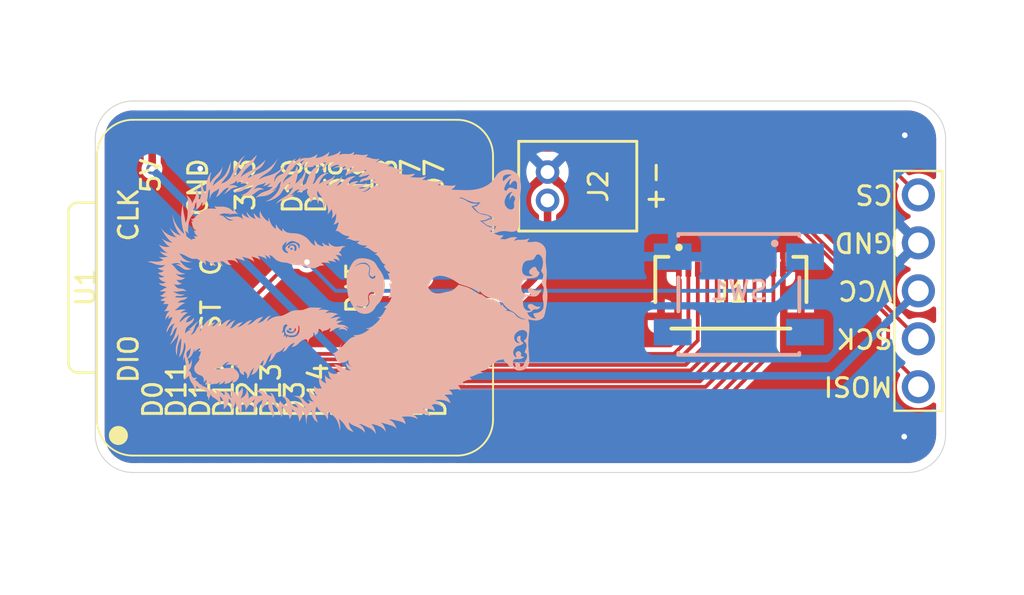
<source format=kicad_pcb>
(kicad_pcb (version 20241229) (generator "pcbnew") (generator_version "9.0")
  (layers (0 "F.Cu" signal) (2 "B.Cu" signal) (13 "F.Paste" user) (15 "B.Paste" user) (5 "F.SilkS" user "F.Silkscreen") (7 "B.SilkS" user "B.Silkscreen") (1 "F.Mask" user) (3 "B.Mask" user) (25 "Edge.Cuts" user))
  (net 0 "")
  (net 1 "+5V")
  (net 2 "/SCK")
  (net 3 "/MOSI")
  (net 4 "/CS")
  (net 5 "GND")
  (net 15 "Net-(U1-REST)")
  (net 17 "+BATT")
  (net 18 "/C1")
  (net 19 "/R3")
  (net 20 "/C4")
  (net 21 "/C2")
  (net 22 "/R1")
  (net 23 "/C5")
  (net 24 "/C3")
  (net 25 "/R4")
  (net 26 "/R2")
  (net 27 "/C6")
  (footprint "gct:GCT_FFC2B28-12-G" (layer "F.Cu") (at 64.78 42.62)
    (property "Reference" "J1" (at 0 0 0) (layer "F.SilkS") (effects (font (thickness 0.16))))
    (property "Value" "FFC2B28-12-G")
    (pad "1" smd rect (at -2.75 -1.25) (size 0.3 0.8) (layers "F.Cu" "F.Mask" "F.Paste") (net 5 "GND"))
    (pad "2" smd rect (at -2.25 -1.25) (size 0.3 0.8) (layers "F.Cu" "F.Mask" "F.Paste") (net 18 "/C1"))
    (pad "3" smd rect (at -1.75 -1.25) (size 0.3 0.8) (layers "F.Cu" "F.Mask" "F.Paste") (net 21 "/C2"))
    (pad "4" smd rect (at -1.25 -1.25) (size 0.3 0.8) (layers "F.Cu" "F.Mask" "F.Paste") (net 24 "/C3"))
    (pad "5" smd rect (at -0.75 -1.25) (size 0.3 0.8) (layers "F.Cu" "F.Mask" "F.Paste") (net 20 "/C4"))
    (pad "6" smd rect (at -0.25 -1.25) (size 0.3 0.8) (layers "F.Cu" "F.Mask" "F.Paste") (net 23 "/C5"))
    (pad "7" smd rect (at 0.25 -1.25) (size 0.3 0.8) (layers "F.Cu" "F.Mask" "F.Paste") (net 27 "/C6"))
    (pad "8" smd rect (at 0.75 -1.25) (size 0.3 0.8) (layers "F.Cu" "F.Mask" "F.Paste") (net 22 "/R1"))
    (pad "9" smd rect (at 1.25 -1.25) (size 0.3 0.8) (layers "F.Cu" "F.Mask" "F.Paste") (net 26 "/R2"))
    (pad "10" smd rect (at 1.75 -1.25) (size 0.3 0.8) (layers "F.Cu" "F.Mask" "F.Paste") (net 19 "/R3"))
    (pad "11" smd rect (at 2.25 -1.25) (size 0.3 0.8) (layers "F.Cu" "F.Mask" "F.Paste") (net 25 "/R4"))
    (pad "12" smd rect (at 2.75 -1.25) (size 0.3 0.8) (layers "F.Cu" "F.Mask" "F.Paste") (net 5 "GND"))
    (pad "S1" smd rect (at -3.7 1.25) (size 0.4 0.8) (layers "F.Cu" "F.Mask" "F.Paste") (net 5 "GND"))
    (pad "S2" smd rect (at 3.7 1.25) (size 0.4 0.8) (layers "F.Cu" "F.Mask" "F.Paste") (net 5 "GND"))
  )
  (footprint "nice_view:nice_view" (layer "F.Cu") (at 58.19 42.52 90)
    (property "Reference" "Display1")
    (property "Value" "nice!view" (hide yes))
    (fp_text user "MOSI" (at -5.05 11.408572 180) (layer "F.SilkS") (effects (font (thickness 0.16)) (justify right)))
    (fp_text user "CS" (at 5.11 13.075238 180) (layer "F.SilkS") (effects (font (thickness 0.16)) (justify right)))
    (fp_text user "SCK" (at -2.51 12.075238 180) (layer "F.SilkS") (effects (font (thickness 0.16)) (justify right)))
    (fp_text user "VCC" (at 0.03 12.170476 180) (layer "F.SilkS") (effects (font (thickness 0.16)) (justify right)))
    (fp_text user "GND" (at 2.57 11.98 180) (layer "F.SilkS") (effects (font (thickness 0.16)) (justify right)))
    (pad "1" thru_hole circle (at -5.08 16.51 90) (size 1.7526 1.7526) (drill 1.0922) (layers "*.Cu" "*.Mask") (net 3 "/MOSI"))
    (pad "2" thru_hole circle (at -2.54 16.51 90) (size 1.7526 1.7526) (drill 1.0922) (layers "*.Cu" "*.Mask") (net 2 "/SCK"))
    (pad "3" thru_hole circle (at 0 16.51 90) (size 1.7526 1.7526) (drill 1.0922) (layers "*.Cu" "*.Mask") (net 1 "+5V"))
    (pad "4" thru_hole circle (at 2.54 16.51 90) (size 1.7526 1.7526) (drill 1.0922) (layers "*.Cu" "*.Mask") (net 5 "GND"))
    (pad "5" thru_hole circle (at 5.08 16.51 90) (size 1.7526 1.7526) (drill 1.0922) (layers "*.Cu" "*.Mask") (net 4 "/CS"))
  )
  (footprint "jst:CONN_S2B-ZR_JST" (layer "F.Cu") (at 55.08 37.73 90)
    (property "Reference" "J2" (at 0.75 2.6923 90) (layer "F.SilkS"))
    (property "Value" "S2B-ZRLFSN")
    (fp_text user "-" (at 0.75 6.26 90) (layer "F.SilkS") (effects (font (thickness 0.16)) (justify left bottom)))
    (fp_text user "+" (at -0.67 6.26 90) (layer "F.SilkS") (effects (font (thickness 0.16)) (justify left bottom)))
    (pad "1" thru_hole circle (at 0 0 90) (size 1.2446 1.2446) (drill 0.7366) (layers "*.Cu" "*.Mask") (net 17 "+BATT"))
    (pad "2" thru_hole circle (at 1.500001 0 90) (size 1.2446 1.2446) (drill 0.7366) (layers "*.Cu" "*.Mask") (net 5 "GND"))
  )
  (footprint "seeed:XIAO-nRF52840-Plus-SMD-updated" (layer "F.Cu") (at 41.357 42.3335 90)
    (property "Reference" "U1" (at 0 -10.706 90) (layer "F.SilkS") (effects (font (thickness 0.16))))
    (property "Value" "~" (hide yes))
    (fp_text user "D8" (at 6.92 5.815 90) (layer "F.SilkS") (effects (font (thickness 0.16)) (justify right bottom)))
    (fp_text user "D13" (at -7.02 -0.325 90) (layer "F.SilkS") (effects (font (thickness 0.16)) (justify left bottom)))
    (fp_text user "D17" (at 6.92 7.065 90) (layer "F.SilkS") (effects (font (thickness 0.16)) (justify right bottom)))
    (fp_text user "D15" (at -7.02 4.675 90) (layer "F.SilkS") (effects (font (thickness 0.16)) (justify left bottom)))
    (fp_text user "BAT" (at -1.5 4.175 90) (layer "F.SilkS") (effects (font (thickness 0.16)) (justify left bottom)))
    (fp_text user "D0" (at -7.02 -6.575 90) (layer "F.SilkS") (effects (font (thickness 0.16) (bold yes)) (justify left bottom)))
    (fp_text user "D3" (at -7.02 0.925 90) (layer "F.SilkS") (effects (font (thickness 0.16)) (justify left bottom)))
    (fp_text user "5V" (at 6.92 -6.685 90) (layer "F.SilkS") (effects (font (thickness 0.16)) (justify right bottom)))
    (fp_text user "3V3" (at 6.92 -1.685 90) (layer "F.SilkS") (effects (font (thickness 0.16)) (justify right bottom)))
    (fp_text user "GND" (at 0.5 -3.5 90) (layer "F.SilkS") (effects (font (thickness 0.16)) (justify left bottom)))
    (fp_text user "D18" (at 6.92 4.565 90) (layer "F.SilkS") (effects (font (thickness 0.16)) (justify right bottom)))
    (fp_text user "GND" (at 6.92 -4.185 90) (layer "F.SilkS") (effects (font (thickness 0.16)) (justify right bottom)))
    (fp_text user "D12" (at -7.02 -2.825 90) (layer "F.SilkS") (effects (font (thickness 0.16)) (justify left bottom)))
    (fp_text user "D2" (at -7.02 -1.575 90) (layer "F.SilkS") (effects (font (thickness 0.16)) (justify left bottom)))
    (fp_text user "D6" (at -7.02 8.425 90) (layer "F.SilkS") (effects (font (thickness 0.16)) (justify left bottom)))
    (fp_text user "D10" (at 6.92 0.815 90) (layer "F.SilkS") (effects (font (thickness 0.16)) (justify right bottom)))
    (fp_text user "+" (at -2 8.5 90) (layer "F.SilkS") (effects (font (thickness 0.16)) (justify left bottom)))
    (fp_text user "CLK" (at 2.3335 -7.857 90) (layer "F.SilkS") (effects (font (thickness 0.16)) (justify left bottom)))
    (fp_text user "D11" (at -7.02 -5.325 90) (layer "F.SilkS") (effects (font (thickness 0.16)) (justify left bottom)))
    (fp_text user "D5" (at -7.02 5.925 90) (layer "F.SilkS") (effects (font (thickness 0.16)) (justify left bottom)))
    (fp_text user "D16" (at -7.02 7.175 90) (layer "F.SilkS") (effects (font (thickness 0.16)) (justify left bottom)))
    (fp_text user "D4" (at -7.02 3.425 90) (layer "F.SilkS") (effects (font (thickness 0.16)) (justify left bottom)))
    (fp_text user "DIO" (at -5.1665 -7.857 90) (layer "F.SilkS") (effects (font (thickness 0.16)) (justify left bottom)))
    (fp_text user "-" (at 0.48 8.5 90) (layer "F.SilkS") (effects (font (thickness 0.16)) (justify left bottom)))
    (fp_text user "D9" (at 6.92 3.315 90) (layer "F.SilkS") (effects (font (thickness 0.16)) (justify right bottom)))
    (fp_text user "D19" (at 6.92 2.065 90) (layer "F.SilkS") (effects (font (thickness 0.16)) (justify right bottom)))
    (fp_text user "RST" (at -3.5 -3.5 90) (layer "F.SilkS") (effects (font (thickness 0.16)) (justify left bottom)))
    (fp_text user "D14" (at -7.02 2.175 90) (layer "F.SilkS") (effects (font (thickness 0.16)) (justify left bottom)))
    (fp_text user "D7" (at 6.92 8.315 90) (layer "F.SilkS") (effects (font (thickness 0.16)) (justify right bottom)))
    (fp_text user "D1" (at -7.02 -4.075 90) (layer "F.SilkS") (effects (font (thickness 0.16)) (justify left bottom)))
    (pad "1" smd roundrect (at -8.275 -7.195 270) (size 2.032 0.95) (layers "F.Cu" "F.Mask" "F.Paste") (roundrect_rratio 0.1) (net 18 "/C1"))
    (pad "2" smd roundrect (at -8.275 -4.655 270) (size 2.032 0.95) (layers "F.Cu" "F.Mask" "F.Paste") (roundrect_rratio 0.1) (net 24 "/C3"))
    (pad "3" smd roundrect (at -8.275 -2.115 270) (size 2.032 0.95) (layers "F.Cu" "F.Mask" "F.Paste") (roundrect_rratio 0.1) (net 23 "/C5"))
    (pad "4" smd roundrect (at -8.275 0.425 270) (size 2.032 0.95) (layers "F.Cu" "F.Mask" "F.Paste") (roundrect_rratio 0.1) (net 22 "/R1"))
    (pad "5" smd roundrect (at -8.275 2.965 270) (size 2.032 0.95) (layers "F.Cu" "F.Mask" "F.Paste") (roundrect_rratio 0.1) (net 19 "/R3"))
    (pad "6" smd roundrect (at -8.275 5.505 270) (size 2.032 0.95) (layers "F.Cu" "F.Mask" "F.Paste") (roundrect_rratio 0.1))
    (pad "7" smd roundrect (at -8.275 8.045 270) (size 2.032 0.95) (layers "F.Cu" "F.Mask" "F.Paste") (roundrect_rratio 0.1))
    (pad "8" smd roundrect (at 8.235 8.045 90) (size 2.032 0.95) (layers "F.Cu" "F.Mask" "F.Paste") (roundrect_rratio 0.1) (net 4 "/CS"))
    (pad "9" smd roundrect (at 8.235 5.505 90) (size 2.032 0.95) (layers "F.Cu" "F.Mask" "F.Paste") (roundrect_rratio 0.1) (net 2 "/SCK"))
    (pad "10" smd roundrect (at 8.235 2.965 90) (size 2.032 0.95) (layers "F.Cu" "F.Mask" "F.Paste") (roundrect_rratio 0.1))
    (pad "11" smd roundrect (at 8.235 0.425 90) (size 2.032 0.95) (layers "F.Cu" "F.Mask" "F.Paste") (roundrect_rratio 0.1) (net 3 "/MOSI"))
    (pad "12" smd roundrect (at 8.235 -2.115 90) (size 2.032 0.95) (layers "F.Cu" "F.Mask" "F.Paste") (roundrect_rratio 0.1))
    (pad "13" smd roundrect (at 8.235 -4.655 90) (size 2.032 0.95) (layers "F.Cu" "F.Mask" "F.Paste") (roundrect_rratio 0.1) (net 5 "GND"))
    (pad "14" smd roundrect (at 8.235 -7.195 90) (size 2.032 0.95) (layers "F.Cu" "F.Mask" "F.Paste") (roundrect_rratio 0.1) (net 1 "+5V"))
    (pad "15" smd roundrect (at -8.675 -5.925 270) (size 1.232 0.95) (layers "F.Cu" "F.Mask" "F.Paste") (roundrect_rratio 0.1) (chamfer_ratio 0.35) (chamfer top_left bottom_left) (net 21 "/C2"))
    (pad "16" smd roundrect (at -8.675 -3.385 270) (size 1.232 0.95) (layers "F.Cu" "F.Mask" "F.Paste") (roundrect_rratio 0.1) (chamfer_ratio 0.35) (chamfer top_left bottom_left) (net 20 "/C4"))
    (pad "17" smd roundrect (at -8.675 -0.845 270) (size 1.232 0.95) (layers "F.Cu" "F.Mask" "F.Paste") (roundrect_rratio 0.1) (chamfer_ratio 0.35) (chamfer top_left bottom_left) (net 27 "/C6"))
    (pad "18" smd roundrect (at -8.675 1.695 270) (size 1.232 0.95) (layers "F.Cu" "F.Mask" "F.Paste") (roundrect_rratio 0.1) (chamfer_ratio 0.35) (chamfer top_left bottom_left) (net 26 "/R2"))
    (pad "19" smd roundrect (at -8.675 4.235 270) (size 1.232 0.95) (layers "F.Cu" "F.Mask" "F.Paste") (roundrect_rratio 0.1) (chamfer_ratio 0.35) (chamfer top_left bottom_left) (net 25 "/R4"))
    (pad "20" smd roundrect (at -8.675 6.775 270) (size 1.232 0.95) (layers "F.Cu" "F.Mask" "F.Paste") (roundrect_rratio 0.1) (chamfer_ratio 0.35) (chamfer top_left bottom_left))
    (pad "21" smd roundrect (at 8.635 6.775 90) (size 1.232 0.95) (layers "F.Cu" "F.Mask" "F.Paste") (roundrect_rratio 0.1) (chamfer_ratio 0.35) (chamfer top_left bottom_left))
    (pad "22" smd roundrect (at 8.635 4.235 90) (size 1.232 0.95) (layers "F.Cu" "F.Mask" "F.Paste") (roundrect_rratio 0.1) (chamfer_ratio 0.35) (chamfer top_left bottom_left))
    (pad "23" smd roundrect (at 8.635 1.695 90) (size 1.232 0.95) (layers "F.Cu" "F.Mask" "F.Paste") (roundrect_rratio 0.1) (chamfer_ratio 0.35) (chamfer top_left bottom_left))
    (pad "24" smd circle (at -1.29 -8.1475 90) (size 1.7 1.7) (layers "F.Cu" "F.Mask" "F.Paste"))
    (pad "25" smd circle (at 1.25 -8.1475 90) (size 1.7 1.7) (layers "F.Cu" "F.Mask" "F.Paste"))
    (pad "26" smd circle (at -1.29 -5.6075 90) (size 1.7 1.7) (layers "F.Cu" "F.Mask" "F.Paste") (net 15 "Net-(U1-REST)"))
    (pad "27" smd circle (at 1.25 -5.6075 90) (size 1.7 1.7) (layers "F.Cu" "F.Mask" "F.Paste") (net 5 "GND"))
    (pad "32" smd roundrect (at -1.013988 5.942823) (size 2.5 1.1) (layers "F.Cu" "F.Mask" "F.Paste") (roundrect_rratio 0.1) (net 17 "+BATT"))
    (pad "33" smd roundrect (at 0.986012 5.942823) (size 2.5 1.1) (layers "F.Cu" "F.Mask" "F.Paste") (roundrect_rratio 0.1) (net 5 "GND"))
  )
  (footprint "art:baby_badger" (layer "B.Cu") (at 44.5 42.5 -90)
    (property "Reference" "REF**" (hide yes))
    (property "Value" "baby_badger" (hide yes))
  )
  (footprint "switch:430471035826" (layer "B.Cu") (at 65.2 42.71 180)
    (property "Reference" "SW1" (at 0 0.21 0) (layer "B.SilkS") (effects (justify mirror)))
    (property "Value" "SW_Push")
    (pad "1" smd rect (at -3.5 2 180) (size 2 1.4) (layers "B.Cu" "B.Mask" "B.Paste") (net 15 "Net-(U1-REST)"))
    (pad "2" smd rect (at 3.5 2 180) (size 2 1.4) (layers "B.Cu" "B.Mask" "B.Paste") (net 5 "GND"))
    (pad "3" smd rect (at -3.5 -2 180) (size 2 1.4) (layers "B.Cu" "B.Mask" "B.Paste"))
    (pad "4" smd rect (at 3.5 -2 180) (size 2 1.4) (layers "B.Cu" "B.Mask" "B.Paste"))
  )
  (gr_line (start 33.15 32.47) (end 74.14 32.47) (stroke (width 0.05)) (layer "Edge.Cuts"))
  (gr_arc (start 31.15 34.47) (mid 31.735786 33.055786) (end 33.15 32.47) (stroke (width 0.05)) (layer "Edge.Cuts"))
  (gr_line (start 76.14 34.47) (end 76.14 50.14) (stroke (width 0.05)) (layer "Edge.Cuts"))
  (gr_line (start 31.15 50.14) (end 31.15 34.47) (stroke (width 0.05)) (layer "Edge.Cuts"))
  (gr_arc (start 76.14 50.14) (mid 75.554214 51.554214) (end 74.14 52.14) (stroke (width 0.05)) (layer "Edge.Cuts"))
  (gr_line (start 74.14 52.14) (end 33.15 52.14) (stroke (width 0.05)) (layer "Edge.Cuts"))
  (gr_arc (start 33.15 52.14) (mid 31.735786 51.554214) (end 31.15 50.14) (stroke (width 0.05)) (layer "Edge.Cuts"))
  (gr_arc (start 74.14 32.47) (mid 75.554214 33.055786) (end 76.14 34.47) (stroke (width 0.05)) (layer "Edge.Cuts"))
  (segment (start 34.162 34.0985) (end 34.162 36.048) (width 0.4) (layer "F.Cu") (net 1))
  (segment (start 34.162 36.048) (end 34.15 36.06) (width 0.4) (layer "F.Cu") (net 1))
  (via (at 34.15 36.06) (size 0.6) (drill 0.3) (layers "F.Cu" "B.Cu") (net 1))
  (segment (start 45.1 47.01) (end 46.71 47.01) (width 0.4) (layer "B.Cu") (net 1))
  (segment (start 70.2 47.02) (end 74.7 42.52) (width 0.4) (layer "B.Cu") (net 1))
  (segment (start 34.15 36.06) (end 45.1 47.01) (width 0.4) (layer "B.Cu") (net 1))
  (segment (start 46.71 47.01) (end 46.72 47.02) (width 0.4) (layer "B.Cu") (net 1))
  (segment (start 46.72 47.02) (end 70.2 47.02) (width 0.4) (layer "B.Cu") (net 1))
  (segment (start 46.862 35.692) (end 47.74 36.57) (width 0.2) (layer "F.Cu") (net 2))
  (segment (start 64.371 34.731) (end 74.7 45.06) (width 0.2) (layer "F.Cu") (net 2))
  (segment (start 46.862 34.0985) (end 46.862 35.692) (width 0.2) (layer "F.Cu") (net 2))
  (segment (start 54.079 34.731) (end 64.371 34.731) (width 0.2) (layer "F.Cu") (net 2))
  (segment (start 47.74 36.57) (end 52.24 36.57) (width 0.2) (layer "F.Cu") (net 2))
  (segment (start 52.24 36.57) (end 54.079 34.731) (width 0.2) (layer "F.Cu") (net 2))
  (segment (start 54.42825 35.05) (end 64.278464 35.05) (width 0.2) (layer "F.Cu") (net 3))
  (segment (start 52.06 37.41825) (end 54.42825 35.05) (width 0.2) (layer "F.Cu") (net 3))
  (segment (start 73.1 45.788) (end 74.7 47.388) (width 0.2) (layer "F.Cu") (net 3))
  (segment (start 45.10175 37.41825) (end 52.06 37.41825) (width 0.2) (layer "F.Cu") (net 3))
  (segment (start 74.7 47.388) (end 74.7 47.6) (width 0.2) (layer "F.Cu") (net 3))
  (segment (start 73.1 43.871536) (end 73.1 45.788) (width 0.2) (layer "F.Cu") (net 3))
  (segment (start 64.278464 35.05) (end 73.1 43.871536) (width 0.2) (layer "F.Cu") (net 3))
  (segment (start 41.782 34.0985) (end 45.10175 37.41825) (width 0.2) (layer "F.Cu") (net 3))
  (segment (start 51.58 35.93) (end 49.98 35.93) (width 0.2) (layer "F.Cu") (net 4))
  (segment (start 74.7 37.44) (end 71.7 34.44) (width 0.2) (layer "F.Cu") (net 4))
  (segment (start 49.98 35.93) (end 49.402 35.352) (width 0.2) (layer "F.Cu") (net 4))
  (segment (start 53.07 34.44) (end 51.58 35.93) (width 0.2) (layer "F.Cu") (net 4))
  (segment (start 49.402 35.352) (end 49.402 34.0985) (width 0.2) (layer "F.Cu") (net 4))
  (segment (start 71.7 34.44) (end 53.07 34.44) (width 0.2) (layer "F.Cu") (net 4))
  (segment (start 36.702 34.0985) (end 36.702 36.05) (width 0.4) (layer "F.Cu") (net 5))
  (via (at 36.702 36.05) (size 0.6) (drill 0.3) (layers "F.Cu" "B.Cu") (net 5))
  (via (at 73.98 34.28) (size 0.6) (drill 0.3) (layers "F.Cu" "B.Cu") (net 5))
  (via (at 73.95 50.24) (size 0.6) (drill 0.3) (layers "F.Cu" "B.Cu") (net 5))
  (segment (start 38.7965 43.6235) (end 38.8 43.62) (width 0.2) (layer "F.Cu") (net 15))
  (segment (start 35.7495 43.6235) (end 38.7965 43.6235) (width 0.2) (layer "F.Cu") (net 15))
  (segment (start 38.8 43.62) (end 40.93 41.49) (width 0.2) (layer "F.Cu") (net 15))
  (segment (start 41.42 41) (end 42.35 41) (width 0.2) (layer "F.Cu") (net 15))
  (segment (start 40.93 41.49) (end 41.42 41) (width 0.2) (layer "F.Cu") (net 15))
  (via (at 42.35 41) (size 0.6) (drill 0.3) (layers "F.Cu" "B.Cu") (net 15))
  (segment (start 42.35 41) (end 43.87 42.52) (width 0.2) (layer "B.Cu") (net 15))
  (segment (start 44 42.52) (end 66.89 42.52) (width 0.2) (layer "B.Cu") (net 15))
  (segment (start 66.89 42.52) (end 68.7 40.71) (width 0.2) (layer "B.Cu") (net 15))
  (segment (start 43.87 42.52) (end 44 42.52) (width 0.2) (layer "B.Cu") (net 15))
  (segment (start 52.872512 43.347488) (end 55.08 41.14) (width 0.4) (layer "F.Cu") (net 17))
  (segment (start 55.08 41.14) (end 55.08 37.73) (width 0.4) (layer "F.Cu") (net 17))
  (segment (start 47.299823 43.347488) (end 52.872512 43.347488) (width 0.4) (layer "F.Cu") (net 17))
  (segment (start 34.162 49.112) (end 34.15 49.1) (width 0.2) (layer "F.Cu") (net 18))
  (segment (start 37.389 45.861) (end 61.769 45.861) (width 0.2) (layer "F.Cu") (net 18))
  (segment (start 34.15 49.1) (end 37.389 45.861) (width 0.2) (layer "F.Cu") (net 18))
  (segment (start 62.53 45.1) (end 62.53 41.37) (width 0.2) (layer "F.Cu") (net 18))
  (segment (start 34.162 50.6085) (end 34.162 49.112) (width 0.2) (layer "F.Cu") (net 18))
  (segment (start 61.769 45.861) (end 62.53 45.1) (width 0.2) (layer "F.Cu") (net 18))
  (segment (start 44.322 50.6085) (end 44.322 49.068) (width 0.2) (layer "F.Cu") (net 19))
  (segment (start 64.022536 48.189) (end 66.53 45.681536) (width 0.2) (layer "F.Cu") (net 19))
  (segment (start 44.322 49.068) (end 45.201 48.189) (width 0.2) (layer "F.Cu") (net 19))
  (segment (start 45.201 48.189) (end 64.022536 48.189) (width 0.2) (layer "F.Cu") (net 19))
  (segment (start 66.53 41.37) (end 66.53 45.03) (width 0.2) (layer "F.Cu") (net 19))
  (segment (start 66.53 45.681536) (end 66.53 45.03) (width 0.2) (layer "F.Cu") (net 19))
  (segment (start 37.96 49.02) (end 40.246 46.734) (width 0.2) (layer "F.Cu") (net 20))
  (segment (start 62.656 46.734) (end 64.03 45.36) (width 0.2) (layer "F.Cu") (net 20))
  (segment (start 40.246 46.734) (end 62.656 46.734) (width 0.2) (layer "F.Cu") (net 20))
  (segment (start 37.972 51.0085) (end 37.972 49.032) (width 0.2) (layer "F.Cu") (net 20))
  (segment (start 37.972 49.032) (end 37.96 49.02) (width 0.2) (layer "F.Cu") (net 20))
  (segment (start 64.03 45.36) (end 64.03 41.37) (width 0.2) (layer "F.Cu") (net 20))
  (segment (start 35.432 51.0085) (end 35.432 49.022) (width 0.2) (layer "F.Cu") (net 21))
  (segment (start 62.028 46.152) (end 63.03 45.15) (width 0.2) (layer "F.Cu") (net 21))
  (segment (start 35.43 49.02) (end 38.298 46.152) (width 0.2) (layer "F.Cu") (net 21))
  (segment (start 38.298 46.152) (end 62.028 46.152) (width 0.2) (layer "F.Cu") (net 21))
  (segment (start 63.03 45.15) (end 63.03 41.37) (width 0.2) (layer "F.Cu") (net 21))
  (segment (start 35.432 49.022) (end 35.43 49.02) (width 0.2) (layer "F.Cu") (net 21))
  (segment (start 41.782 50.6085) (end 41.782 49.008) (width 0.2) (layer "F.Cu") (net 22))
  (segment (start 41.782 49.008) (end 43.183 47.607) (width 0.2) (layer "F.Cu") (net 22))
  (segment (start 65.53 45.517) (end 65.53 41.37) (width 0.2) (layer "F.Cu") (net 22))
  (segment (start 43.183 47.607) (end 63.44 47.607) (width 0.2) (layer "F.Cu") (net 22))
  (segment (start 63.44 47.607) (end 65.53 45.517) (width 0.2) (layer "F.Cu") (net 22))
  (segment (start 39.242 50.6085) (end 39.242 49.048) (width 0.2) (layer "F.Cu") (net 23))
  (segment (start 62.88 47.01) (end 64.53 45.36) (width 0.2) (layer "F.Cu") (net 23))
  (segment (start 64.53 45.36) (end 64.53 41.37) (width 0.2) (layer "F.Cu") (net 23))
  (segment (start 39.242 49.048) (end 41.265 47.025) (width 0.2) (layer "F.Cu") (net 23))
  (segment (start 62.88 47.025) (end 62.88 47.01) (width 0.2) (layer "F.Cu") (net 23))
  (segment (start 41.265 47.025) (end 62.88 47.025) (width 0.2) (layer "F.Cu") (net 23))
  (segment (start 39.357 46.443) (end 62.387 46.443) (width 0.2) (layer "F.Cu") (net 24))
  (segment (start 36.702 50.6085) (end 36.702 49.102) (width 0.2) (layer "F.Cu") (net 24))
  (segment (start 36.7 49.1) (end 39.357 46.443) (width 0.2) (layer "F.Cu") (net 24))
  (segment (start 62.387 46.443) (end 63.53 45.3) (width 0.2) (layer "F.Cu") (net 24))
  (segment (start 36.702 49.102) (end 36.7 49.1) (width 0.2) (layer "F.Cu") (net 24))
  (segment (start 63.53 41.37) (end 63.53 45.3) (width 0.2) (layer "F.Cu") (net 24))
  (segment (start 45.58 49.08) (end 46.18 48.48) (width 0.2) (layer "F.Cu") (net 25))
  (segment (start 45.592 51.0085) (end 45.592 49.092) (width 0.2) (layer "F.Cu") (net 25))
  (segment (start 64.261536 48.48) (end 67.03 45.711536) (width 0.2) (layer "F.Cu") (net 25))
  (segment (start 45.592 49.092) (end 45.58 49.08) (width 0.2) (layer "F.Cu") (net 25))
  (segment (start 46.18 48.48) (end 64.261536 48.48) (width 0.2) (layer "F.Cu") (net 25))
  (segment (start 67.03 45.711536) (end 67.03 41.37) (width 0.2) (layer "F.Cu") (net 25))
  (segment (start 44.082 47.898) (end 63.733536 47.898) (width 0.2) (layer "F.Cu") (net 26))
  (segment (start 66.03 45.601536) (end 66.03 45.36) (width 0.2) (layer "F.Cu") (net 26))
  (segment (start 43.052 48.928) (end 44.082 47.898) (width 0.2) (layer "F.Cu") (net 26))
  (segment (start 66.03 45.36) (end 66.03 41.37) (width 0.2) (layer "F.Cu") (net 26))
  (segment (start 43.052 51.0085) (end 43.052 48.928) (width 0.2) (layer "F.Cu") (net 26))
  (segment (start 63.733536 47.898) (end 66.03 45.601536) (width 0.2) (layer "F.Cu") (net 26))
  (segment (start 63.14 47.31) (end 65.03 45.42) (width 0.2) (layer "F.Cu") (net 27))
  (segment (start 65.03 45.42) (end 65.03 41.37) (width 0.2) (layer "F.Cu") (net 27))
  (segment (start 40.5 50.9965) (end 40.5 49.06) (width 0.2) (layer "F.Cu") (net 27))
  (segment (start 40.512 51.0085) (end 40.5 50.9965) (width 0.2) (layer "F.Cu") (net 27))
  (segment (start 42.244 47.316) (end 63.14 47.316) (width 0.2) (layer "F.Cu") (net 27))
  (segment (start 40.5 49.06) (end 42.244 47.316) (width 0.2) (layer "F.Cu") (net 27))
  (zone (net 5) (net_name "GND") (layer "F.Cu") (connect_pads (clearance 0.25)) (min_thickness 0.25) (fill yes (thermal_gap 0.5) (thermal_bridge_width 0.5))
    (polygon (pts (xy 28.75 29.39) (xy 79.41 27.12) (xy 80.3 58.62) (xy 26.11 56.74) (xy 28.74 29.38)))
  )
  (zone (net 5) (net_name "GND") (layer "B.Cu") (priority 1) (connect_pads (clearance 0.5)) (min_thickness 0.25) (fill yes (thermal_gap 0.5) (thermal_bridge_width 0.5))
    (polygon (pts (xy 28.87 30.26) (xy 77.21 29.67) (xy 77.41 53.44) (xy 29.06 53.24)))
  )
)
</source>
